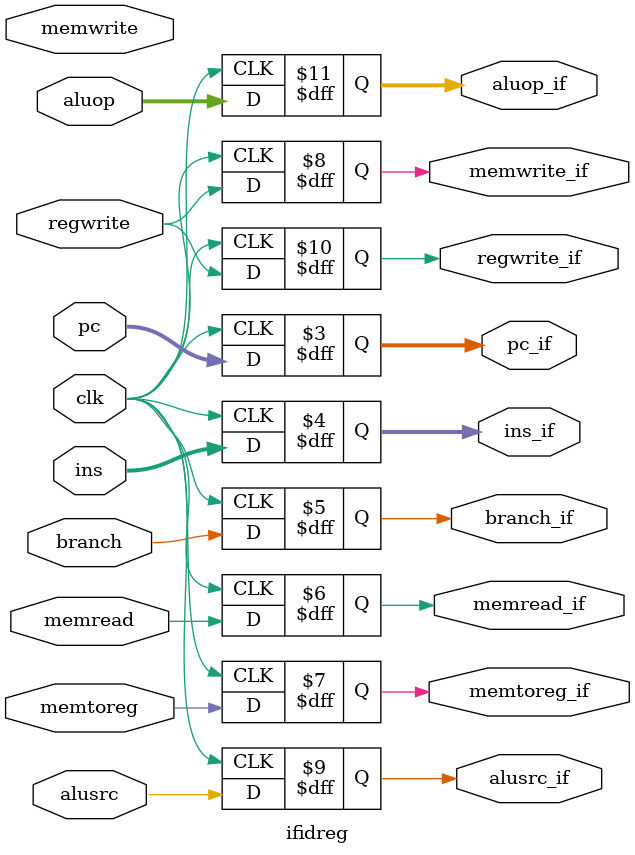
<source format=v>
module ifidreg(clk, pc,    ins,    branch,    memread,    memtoreg,    aluop,    memwrite,    alusrc,    regwrite, 
                    pc_if, ins_if, branch_if, memread_if, memtoreg_if, aluop_if, memwrite_if, alusrc_if, regwrite_if);

    input clk, branch, memread, memtoreg, memwrite, alusrc, regwrite;
    input [1:0] aluop;
    input [31:0] pc, ins;

    output reg [31:0] pc_if, ins_if;
    output reg branch_if, memread_if, memtoreg_if, memwrite_if, alusrc_if, regwrite_if;
    output reg [1:0] aluop_if;

    initial 
    begin
        pc_if       <= 0;
        ins_if      <= 0; 
        branch_if   <= 0; 
        memread_if  <= 0; 
        memtoreg_if <= 0; 
        aluop_if    <= 0;
        memwrite_if <= 0;
        alusrc_if   <= 0;
        regwrite_if <= 0; 
    end

    always @(posedge clk) 
    begin
        pc_if       <=  pc;
        ins_if      <= ins; 
        branch_if   <= branch; 
        memread_if  <= memread; 
        memtoreg_if <= memtoreg; 
        aluop_if    <= aluop;
        memwrite_if <= regwrite;
        alusrc_if   <= alusrc;
        regwrite_if <= regwrite;
    end

endmodule
</source>
